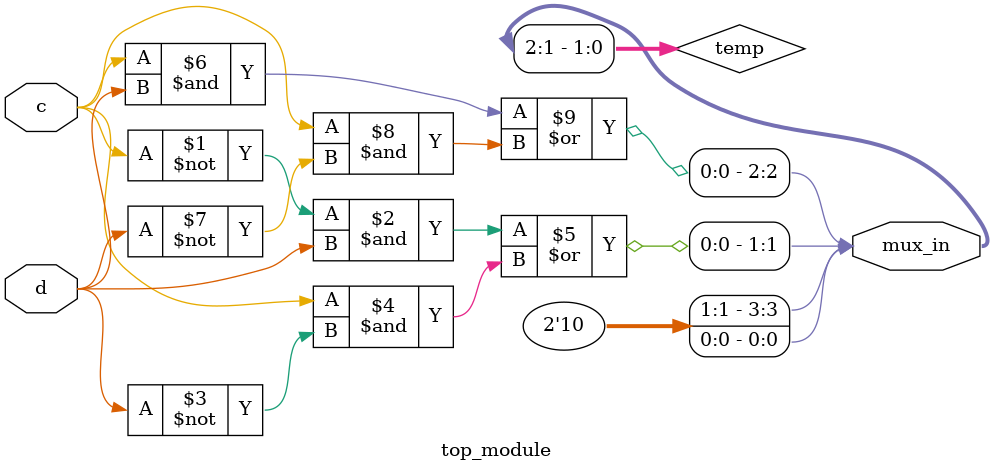
<source format=sv>
module top_module (
    input c,
    input d,
    output [3:0] mux_in
);

    wire [1:0] temp;

    // Implement the Karnaugh map using 2-to-1 multiplexers
    assign temp[0] = (~c & d) | (c & ~d);
    assign temp[1] = (c & d) | (c & ~d);

    // Connect the 2-to-1 mux outputs to the 4-to-1 mux inputs
    assign mux_in[0] = 1'b0;
    assign mux_in[1] = temp[0];
    assign mux_in[2] = temp[1];
    assign mux_in[3] = 1'b1;
endmodule

</source>
